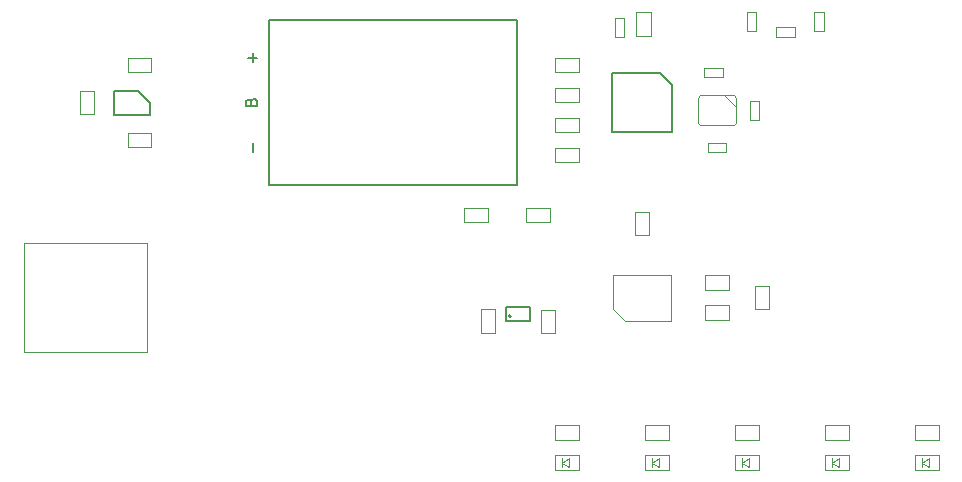
<source format=gbr>
G04 #@! TF.GenerationSoftware,KiCad,Pcbnew,(5.1.2)-1*
G04 #@! TF.CreationDate,2019-05-23T18:27:22+02:00*
G04 #@! TF.ProjectId,2018-03-08 Intercourse 01,32303138-2d30-4332-9d30-3820496e7465,rev?*
G04 #@! TF.SameCoordinates,Original*
G04 #@! TF.FileFunction,Other,Fab,Top*
%FSLAX46Y46*%
G04 Gerber Fmt 4.6, Leading zero omitted, Abs format (unit mm)*
G04 Created by KiCad (PCBNEW (5.1.2)-1) date 2019-05-23 18:27:22*
%MOMM*%
%LPD*%
G04 APERTURE LIST*
%ADD10C,0.100000*%
%ADD11C,0.150000*%
G04 APERTURE END LIST*
D10*
X121015000Y-87645000D02*
X121015000Y-88885000D01*
X119015000Y-87645000D02*
X121015000Y-87645000D01*
X119015000Y-88885000D02*
X119015000Y-87645000D01*
X121015000Y-88885000D02*
X119015000Y-88885000D01*
D11*
X131000000Y-92090000D02*
X152000000Y-92090000D01*
X131000000Y-92090000D02*
X131000000Y-78090000D01*
X152000000Y-92090000D02*
X152000000Y-78090000D01*
X131000000Y-78090000D02*
X152000000Y-78090000D01*
D10*
X148903701Y-102603393D02*
X150143701Y-102603393D01*
X148903701Y-104603393D02*
X148903701Y-102603393D01*
X150143701Y-104603393D02*
X148903701Y-104603393D01*
X150143701Y-102603393D02*
X150143701Y-104603393D01*
X121015000Y-81295000D02*
X121015000Y-82535000D01*
X119015000Y-81295000D02*
X121015000Y-81295000D01*
X119015000Y-82535000D02*
X119015000Y-81295000D01*
X121015000Y-82535000D02*
X119015000Y-82535000D01*
X153983701Y-102623393D02*
X155223701Y-102623393D01*
X153983701Y-104623393D02*
X153983701Y-102623393D01*
X155223701Y-104623393D02*
X153983701Y-104623393D01*
X155223701Y-102623393D02*
X155223701Y-104623393D01*
X171685000Y-84925000D02*
X172485000Y-84925000D01*
X171685000Y-86525000D02*
X171685000Y-84925000D01*
X172485000Y-86525000D02*
X171685000Y-86525000D01*
X172485000Y-84925000D02*
X172485000Y-86525000D01*
X168110000Y-89300000D02*
X168110000Y-88500000D01*
X169710000Y-89300000D02*
X168110000Y-89300000D01*
X169710000Y-88500000D02*
X169710000Y-89300000D01*
X168110000Y-88500000D02*
X169710000Y-88500000D01*
X167910000Y-100950000D02*
X167910000Y-99710000D01*
X169910000Y-100950000D02*
X167910000Y-100950000D01*
X169910000Y-99710000D02*
X169910000Y-100950000D01*
X167910000Y-99710000D02*
X169910000Y-99710000D01*
X169390000Y-82150000D02*
X169390000Y-82950000D01*
X167790000Y-82150000D02*
X169390000Y-82150000D01*
X167790000Y-82950000D02*
X167790000Y-82150000D01*
X169390000Y-82950000D02*
X167790000Y-82950000D01*
X173891000Y-79521000D02*
X173891000Y-78721000D01*
X175491000Y-79521000D02*
X173891000Y-79521000D01*
X175491000Y-78721000D02*
X175491000Y-79521000D01*
X173891000Y-78721000D02*
X175491000Y-78721000D01*
X157210000Y-81295000D02*
X157210000Y-82535000D01*
X155210000Y-81295000D02*
X157210000Y-81295000D01*
X155210000Y-82535000D02*
X155210000Y-81295000D01*
X157210000Y-82535000D02*
X155210000Y-82535000D01*
X161055000Y-79540000D02*
X160255000Y-79540000D01*
X161055000Y-77940000D02*
X161055000Y-79540000D01*
X160255000Y-77940000D02*
X161055000Y-77940000D01*
X160255000Y-79540000D02*
X160255000Y-77940000D01*
X155810000Y-115170000D02*
X155810000Y-115970000D01*
X155810000Y-115570000D02*
X156410000Y-115170000D01*
X156410000Y-115970000D02*
X155810000Y-115570000D01*
X156410000Y-115170000D02*
X156410000Y-115970000D01*
X155210000Y-116190000D02*
X155210000Y-114950000D01*
X157210000Y-116190000D02*
X155210000Y-116190000D01*
X157210000Y-114950000D02*
X157210000Y-116190000D01*
X155210000Y-114950000D02*
X157210000Y-114950000D01*
X163430000Y-115170000D02*
X163430000Y-115970000D01*
X163430000Y-115570000D02*
X164030000Y-115170000D01*
X164030000Y-115970000D02*
X163430000Y-115570000D01*
X164030000Y-115170000D02*
X164030000Y-115970000D01*
X162830000Y-116190000D02*
X162830000Y-114950000D01*
X164830000Y-116190000D02*
X162830000Y-116190000D01*
X164830000Y-114950000D02*
X164830000Y-116190000D01*
X162830000Y-114950000D02*
X164830000Y-114950000D01*
X171050000Y-115170000D02*
X171050000Y-115970000D01*
X171050000Y-115570000D02*
X171650000Y-115170000D01*
X171650000Y-115970000D02*
X171050000Y-115570000D01*
X171650000Y-115170000D02*
X171650000Y-115970000D01*
X170450000Y-116190000D02*
X170450000Y-114950000D01*
X172450000Y-116190000D02*
X170450000Y-116190000D01*
X172450000Y-114950000D02*
X172450000Y-116190000D01*
X170450000Y-114950000D02*
X172450000Y-114950000D01*
X178670000Y-115170000D02*
X178670000Y-115970000D01*
X178670000Y-115570000D02*
X179270000Y-115170000D01*
X179270000Y-115970000D02*
X178670000Y-115570000D01*
X179270000Y-115170000D02*
X179270000Y-115970000D01*
X178070000Y-116190000D02*
X178070000Y-114950000D01*
X180070000Y-116190000D02*
X178070000Y-116190000D01*
X180070000Y-114950000D02*
X180070000Y-116190000D01*
X178070000Y-114950000D02*
X180070000Y-114950000D01*
X186290000Y-115170000D02*
X186290000Y-115970000D01*
X186290000Y-115570000D02*
X186890000Y-115170000D01*
X186890000Y-115970000D02*
X186290000Y-115570000D01*
X186890000Y-115170000D02*
X186890000Y-115970000D01*
X185690000Y-116190000D02*
X185690000Y-114950000D01*
X187690000Y-116190000D02*
X185690000Y-116190000D01*
X187690000Y-114950000D02*
X187690000Y-116190000D01*
X185690000Y-114950000D02*
X187690000Y-114950000D01*
X110195000Y-106200000D02*
X120645000Y-106200000D01*
X110195000Y-97000000D02*
X110195000Y-106200000D01*
X120645000Y-97000000D02*
X120645000Y-106200000D01*
X110195000Y-97000000D02*
X120645000Y-97000000D01*
X116190000Y-86090000D02*
X114950000Y-86090000D01*
X116190000Y-84090000D02*
X116190000Y-86090000D01*
X114950000Y-84090000D02*
X116190000Y-84090000D01*
X114950000Y-86090000D02*
X114950000Y-84090000D01*
X149510000Y-93995000D02*
X149510000Y-95235000D01*
X147510000Y-93995000D02*
X149510000Y-93995000D01*
X147510000Y-95235000D02*
X147510000Y-93995000D01*
X149510000Y-95235000D02*
X147510000Y-95235000D01*
X152750000Y-95235000D02*
X152750000Y-93995000D01*
X154750000Y-95235000D02*
X152750000Y-95235000D01*
X154750000Y-93995000D02*
X154750000Y-95235000D01*
X152750000Y-93995000D02*
X154750000Y-93995000D01*
X169910000Y-102250000D02*
X169910000Y-103490000D01*
X167910000Y-102250000D02*
X169910000Y-102250000D01*
X167910000Y-103490000D02*
X167910000Y-102250000D01*
X169910000Y-103490000D02*
X167910000Y-103490000D01*
X173340000Y-102600000D02*
X172100000Y-102600000D01*
X173340000Y-100600000D02*
X173340000Y-102600000D01*
X172100000Y-100600000D02*
X173340000Y-100600000D01*
X172100000Y-102600000D02*
X172100000Y-100600000D01*
X162067000Y-77439000D02*
X163307000Y-77439000D01*
X162067000Y-79439000D02*
X162067000Y-77439000D01*
X163307000Y-79439000D02*
X162067000Y-79439000D01*
X163307000Y-77439000D02*
X163307000Y-79439000D01*
X163180000Y-96330000D02*
X161940000Y-96330000D01*
X163180000Y-94330000D02*
X163180000Y-96330000D01*
X161940000Y-94330000D02*
X163180000Y-94330000D01*
X161940000Y-96330000D02*
X161940000Y-94330000D01*
X155210000Y-113650000D02*
X155210000Y-112410000D01*
X157210000Y-113650000D02*
X155210000Y-113650000D01*
X157210000Y-112410000D02*
X157210000Y-113650000D01*
X155210000Y-112410000D02*
X157210000Y-112410000D01*
X162830000Y-113650000D02*
X162830000Y-112410000D01*
X164830000Y-113650000D02*
X162830000Y-113650000D01*
X164830000Y-112410000D02*
X164830000Y-113650000D01*
X162830000Y-112410000D02*
X164830000Y-112410000D01*
X170450000Y-113650000D02*
X170450000Y-112410000D01*
X172450000Y-113650000D02*
X170450000Y-113650000D01*
X172450000Y-112410000D02*
X172450000Y-113650000D01*
X170450000Y-112410000D02*
X172450000Y-112410000D01*
X178070000Y-113650000D02*
X178070000Y-112410000D01*
X180070000Y-113650000D02*
X178070000Y-113650000D01*
X180070000Y-112410000D02*
X180070000Y-113650000D01*
X178070000Y-112410000D02*
X180070000Y-112410000D01*
X185690000Y-113650000D02*
X185690000Y-112410000D01*
X187690000Y-113650000D02*
X185690000Y-113650000D01*
X187690000Y-112410000D02*
X187690000Y-113650000D01*
X185690000Y-112410000D02*
X187690000Y-112410000D01*
X157210000Y-86375000D02*
X157210000Y-87615000D01*
X155210000Y-86375000D02*
X157210000Y-86375000D01*
X155210000Y-87615000D02*
X155210000Y-86375000D01*
X157210000Y-87615000D02*
X155210000Y-87615000D01*
X157210000Y-88915000D02*
X157210000Y-90155000D01*
X155210000Y-88915000D02*
X157210000Y-88915000D01*
X155210000Y-90155000D02*
X155210000Y-88915000D01*
X157210000Y-90155000D02*
X155210000Y-90155000D01*
X157210000Y-83835000D02*
X157210000Y-85075000D01*
X155210000Y-83835000D02*
X157210000Y-83835000D01*
X155210000Y-85075000D02*
X155210000Y-83835000D01*
X157210000Y-85075000D02*
X155210000Y-85075000D01*
D11*
X120880000Y-85117881D02*
X120880000Y-86117881D01*
X120880000Y-86117881D02*
X117880000Y-86117881D01*
X117880000Y-86117881D02*
X117880000Y-84117881D01*
X117880000Y-84117881D02*
X119880000Y-84117881D01*
X119880000Y-84117881D02*
X120880000Y-85117881D01*
D10*
X160110000Y-102550000D02*
X160110000Y-99650000D01*
X160110000Y-99650000D02*
X165010000Y-99650000D01*
X165010000Y-99650000D02*
X165010000Y-103550000D01*
X165010000Y-103550000D02*
X161110000Y-103550000D01*
X161110000Y-103550000D02*
X160110000Y-102550000D01*
D11*
X165060000Y-83590000D02*
X165060000Y-87590000D01*
X165060000Y-87590000D02*
X160060000Y-87590000D01*
X160060000Y-87590000D02*
X160060000Y-82590000D01*
X160060000Y-82590000D02*
X164060000Y-82590000D01*
X164060000Y-82590000D02*
X165060000Y-83590000D01*
D10*
X170310000Y-86975000D02*
X167510000Y-86975000D01*
X167510000Y-86975000D02*
X167310000Y-86775000D01*
X167310000Y-86775000D02*
X167310000Y-84675000D01*
X167310000Y-84675000D02*
X167510000Y-84475000D01*
X167510000Y-84475000D02*
X170310000Y-84475000D01*
X170310000Y-84475000D02*
X170510000Y-84675000D01*
X170510000Y-84675000D02*
X170510000Y-86775000D01*
X170510000Y-86775000D02*
X170310000Y-86975000D01*
X170510000Y-85475000D02*
X169510000Y-84475000D01*
D11*
X151463701Y-103168393D02*
G75*
G03X151463701Y-103168393I-100000J0D01*
G01*
X151063701Y-102368393D02*
X153063701Y-102368393D01*
X153063701Y-102368393D02*
X153063701Y-103568393D01*
X153063701Y-103568393D02*
X151063701Y-103568393D01*
X151063701Y-103568393D02*
X151063701Y-102368393D01*
D10*
X177946000Y-79018000D02*
X177146000Y-79018000D01*
X177146000Y-79018000D02*
X177146000Y-77418000D01*
X177146000Y-77418000D02*
X177946000Y-77418000D01*
X177946000Y-77418000D02*
X177946000Y-79018000D01*
X172231000Y-77446000D02*
X172231000Y-79046000D01*
X171431000Y-77446000D02*
X172231000Y-77446000D01*
X171431000Y-79046000D02*
X171431000Y-77446000D01*
X172231000Y-79046000D02*
X171431000Y-79046000D01*
D11*
X129468571Y-85018571D02*
X129516190Y-84875714D01*
X129563809Y-84828095D01*
X129659047Y-84780476D01*
X129801904Y-84780476D01*
X129897142Y-84828095D01*
X129944761Y-84875714D01*
X129992380Y-84970952D01*
X129992380Y-85351904D01*
X128992380Y-85351904D01*
X128992380Y-85018571D01*
X129040000Y-84923333D01*
X129087619Y-84875714D01*
X129182857Y-84828095D01*
X129278095Y-84828095D01*
X129373333Y-84875714D01*
X129420952Y-84923333D01*
X129468571Y-85018571D01*
X129468571Y-85351904D01*
X129611428Y-81660952D02*
X129611428Y-80899047D01*
X129992380Y-81280000D02*
X129230476Y-81280000D01*
X129611428Y-89280952D02*
X129611428Y-88519047D01*
M02*

</source>
